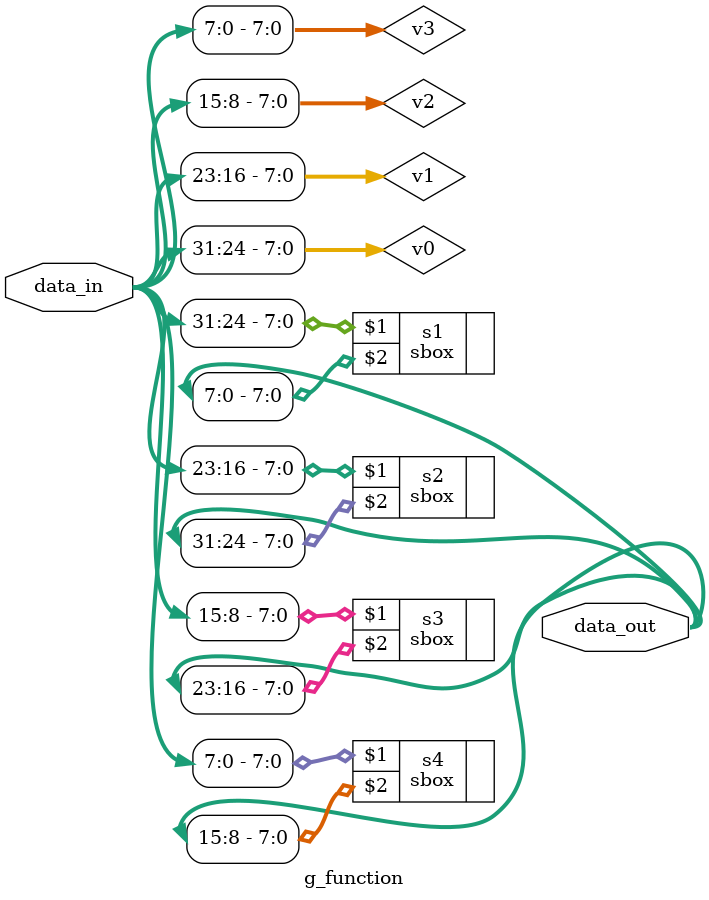
<source format=v>
module g_function(data_in, data_out);

    input [31:0] data_in;
    output [31:0] data_out;

    wire [7:0] v0, v1, v2, v3;

    assign v0 = data_in[31:24];
    assign v1 = data_in[23:16];
    assign v2 = data_in[15:8];
    assign v3 = data_in[7:0];

    // Sostituzione tramite s-box + spostamento del byte
    sbox s1(v0, data_out[7:0]);
    sbox s2(v1, data_out[31:24]);
    sbox s3(v2, data_out[23:16]);
    sbox s4(v3, data_out[15:8]);

endmodule
</source>
